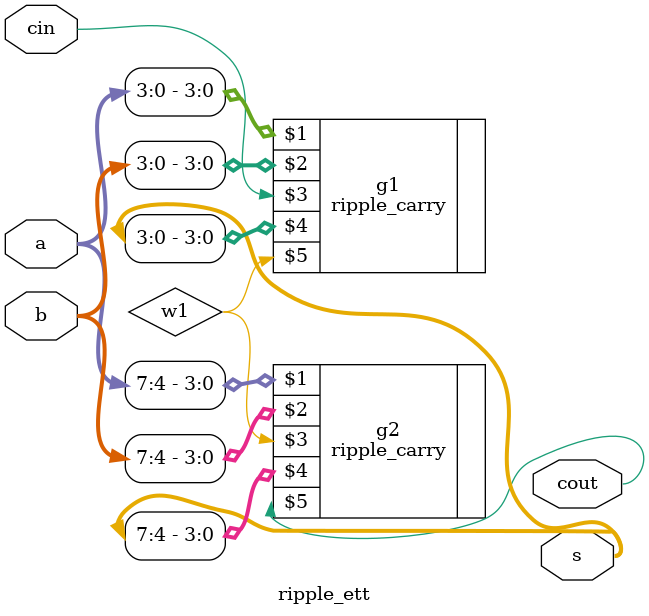
<source format=v>
module ripple_ett(input [7:0]a,b,input cin,output [7:0]s,output cout);
wire w1;
ripple_carry g1(a[3:0],b[3:0],cin,s[3:0],w1);
ripple_carry g2(a[7:4],b[7:4],w1,s[7:4],cout);
endmodule

</source>
